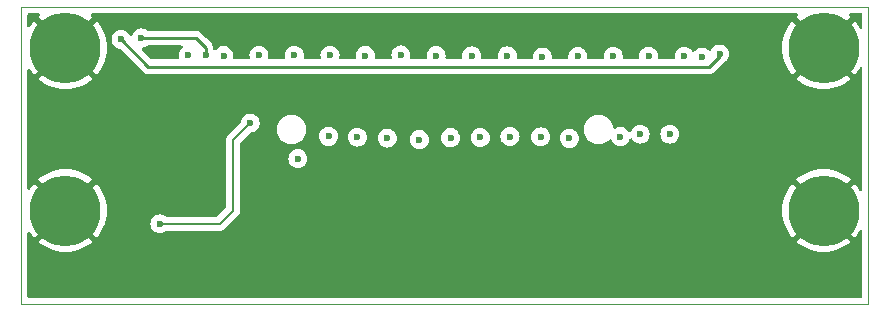
<source format=gbr>
G04 #@! TF.GenerationSoftware,KiCad,Pcbnew,8.0.4*
G04 #@! TF.CreationDate,2024-11-02T15:19:06-05:00*
G04 #@! TF.ProjectId,megaduck,6d656761-6475-4636-9b2e-6b696361645f,v1.0*
G04 #@! TF.SameCoordinates,Original*
G04 #@! TF.FileFunction,Copper,L2,Inr*
G04 #@! TF.FilePolarity,Positive*
%FSLAX46Y46*%
G04 Gerber Fmt 4.6, Leading zero omitted, Abs format (unit mm)*
G04 Created by KiCad (PCBNEW 8.0.4) date 2024-11-02 15:19:06*
%MOMM*%
%LPD*%
G01*
G04 APERTURE LIST*
G04 #@! TA.AperFunction,ComponentPad*
%ADD10C,0.800000*%
G04 #@! TD*
G04 #@! TA.AperFunction,ComponentPad*
%ADD11C,6.000000*%
G04 #@! TD*
G04 #@! TA.AperFunction,ViaPad*
%ADD12C,0.600000*%
G04 #@! TD*
G04 #@! TA.AperFunction,Conductor*
%ADD13C,0.254000*%
G04 #@! TD*
G04 #@! TA.AperFunction,Conductor*
%ADD14C,0.200000*%
G04 #@! TD*
G04 #@! TA.AperFunction,Profile*
%ADD15C,0.050000*%
G04 #@! TD*
G04 APERTURE END LIST*
D10*
G04 #@! TO.N,GND*
G04 #@! TO.C,H5*
X177901600Y-24910000D03*
X178560610Y-23319010D03*
X178560610Y-26500990D03*
X180151600Y-22660000D03*
D11*
X180151600Y-24910000D03*
D10*
X180151600Y-27160000D03*
X181742590Y-23319010D03*
X181742590Y-26500990D03*
X182401600Y-24910000D03*
G04 #@! TD*
G04 #@! TO.N,GND*
G04 #@! TO.C,H1*
X113710000Y-24910000D03*
X114369010Y-23319010D03*
X114369010Y-26500990D03*
X115960000Y-22660000D03*
D11*
X115960000Y-24910000D03*
D10*
X115960000Y-27160000D03*
X117550990Y-23319010D03*
X117550990Y-26500990D03*
X118210000Y-24910000D03*
G04 #@! TD*
G04 #@! TO.N,GND*
G04 #@! TO.C,H2*
X113710000Y-38690000D03*
X114369010Y-37099010D03*
X114369010Y-40280990D03*
X115960000Y-36440000D03*
D11*
X115960000Y-38690000D03*
D10*
X115960000Y-40940000D03*
X117550990Y-37099010D03*
X117550990Y-40280990D03*
X118210000Y-38690000D03*
G04 #@! TD*
G04 #@! TO.N,GND*
G04 #@! TO.C,H6*
X177901600Y-38690000D03*
X178560610Y-37099010D03*
X178560610Y-40280990D03*
X180151600Y-36440000D03*
D11*
X180151600Y-38690000D03*
D10*
X180151600Y-40940000D03*
X181742590Y-37099010D03*
X181742590Y-40280990D03*
X182401600Y-38690000D03*
G04 #@! TD*
D12*
G04 #@! TO.N,/A5*
X156346400Y-25686800D03*
G04 #@! TO.N,/PHI*
X169859200Y-25686800D03*
G04 #@! TO.N,/VCC*
X120670000Y-24180000D03*
G04 #@! TO.N,/~{RD}*
X167141400Y-32214600D03*
G04 #@! TO.N,/A8*
X153603200Y-32417800D03*
G04 #@! TO.N,/A4*
X158632400Y-32570200D03*
G04 #@! TO.N,/A12*
X148574000Y-32519400D03*
G04 #@! TO.N,/VIN+*
X123961400Y-39809200D03*
G04 #@! TO.N,/A7*
X153374600Y-25585200D03*
G04 #@! TO.N,/A2*
X162950400Y-32417800D03*
G04 #@! TO.N,Net-(J3-VIN)*
X126374400Y-25534400D03*
G04 #@! TO.N,/VCC*
X171350400Y-25432800D03*
G04 #@! TO.N,/A11*
X147354800Y-25559800D03*
G04 #@! TO.N,/VIN+*
X131606800Y-31274800D03*
G04 #@! TO.N,/A6*
X156194000Y-32443200D03*
G04 #@! TO.N,/A15*
X141360400Y-25559800D03*
G04 #@! TO.N,GND*
X119389400Y-27185400D03*
X135924800Y-41663400D03*
G04 #@! TO.N,/D0*
X143214600Y-32544800D03*
G04 #@! TO.N,/A9*
X150352000Y-25585200D03*
G04 #@! TO.N,/D1*
X138363200Y-25534400D03*
G04 #@! TO.N,/~{WR}*
X168360600Y-25610600D03*
G04 #@! TO.N,GND*
X176793400Y-44965400D03*
G04 #@! TO.N,/A10*
X151088600Y-32494000D03*
G04 #@! TO.N,/D4*
X138236200Y-32392400D03*
G04 #@! TO.N,/D5*
X132350400Y-25534400D03*
G04 #@! TO.N,GND*
X176069800Y-23121400D03*
G04 #@! TO.N,/~{RES}*
X127847600Y-25534400D03*
G04 #@! TO.N,/D7*
X129346200Y-25559800D03*
G04 #@! TO.N,/D6*
X135645400Y-34297400D03*
G04 #@! TO.N,GND*
X126530000Y-31660000D03*
G04 #@! TO.N,/~{CS}*
X165338000Y-25610600D03*
G04 #@! TO.N,GND*
X119389400Y-44965400D03*
X126526800Y-36380200D03*
G04 #@! TO.N,/A1*
X162340800Y-25610600D03*
G04 #@! TO.N,GND*
X176793400Y-27185400D03*
G04 #@! TO.N,/A3*
X159343600Y-25636000D03*
G04 #@! TO.N,GND*
X161959800Y-41663400D03*
G04 #@! TO.N,/A0*
X164626800Y-32214600D03*
G04 #@! TO.N,/D2*
X140674600Y-32468600D03*
G04 #@! TO.N,/D3*
X135340600Y-25534400D03*
G04 #@! TO.N,GND*
X124843000Y-25534400D03*
G04 #@! TO.N,/~{RES}*
X122380000Y-24070000D03*
G04 #@! TO.N,/A13*
X144357600Y-25509000D03*
G04 #@! TO.N,/A14*
X145932400Y-32671800D03*
G04 #@! TD*
D13*
G04 #@! TO.N,/VCC*
X171350400Y-25629600D02*
X171350400Y-25432800D01*
X120670000Y-24180000D02*
X122990000Y-26500000D01*
X170480000Y-26500000D02*
X171350400Y-25629600D01*
X122990000Y-26500000D02*
X170480000Y-26500000D01*
D14*
G04 #@! TO.N,/VIN+*
X123961400Y-39809200D02*
X129030800Y-39809200D01*
X129030800Y-39809200D02*
X130150000Y-38690000D01*
X130150000Y-32731600D02*
X131606800Y-31274800D01*
X130150000Y-38690000D02*
X130150000Y-32731600D01*
D13*
G04 #@! TO.N,/~{RES}*
X126980000Y-24070000D02*
X127847600Y-24937600D01*
X122380000Y-24070000D02*
X126980000Y-24070000D01*
X127847600Y-24937600D02*
X127847600Y-25534400D01*
G04 #@! TD*
G04 #@! TA.AperFunction,Conductor*
G04 #@! TO.N,GND*
G36*
X125846899Y-24717185D02*
G01*
X125892654Y-24769989D01*
X125902598Y-24839147D01*
X125873573Y-24902703D01*
X125867541Y-24909181D01*
X125744584Y-25032137D01*
X125648611Y-25184876D01*
X125589031Y-25355145D01*
X125589030Y-25355150D01*
X125568835Y-25534396D01*
X125568835Y-25534403D01*
X125589030Y-25713649D01*
X125590582Y-25720447D01*
X125587587Y-25721130D01*
X125590455Y-25777327D01*
X125555725Y-25837953D01*
X125493730Y-25870179D01*
X125469852Y-25872500D01*
X123301281Y-25872500D01*
X123234242Y-25852815D01*
X123213600Y-25836181D01*
X122447918Y-25070499D01*
X122414433Y-25009176D01*
X122419417Y-24939484D01*
X122461289Y-24883551D01*
X122521716Y-24859598D01*
X122559250Y-24855369D01*
X122559253Y-24855368D01*
X122559255Y-24855368D01*
X122729522Y-24795789D01*
X122855700Y-24716505D01*
X122921672Y-24697500D01*
X125779860Y-24697500D01*
X125846899Y-24717185D01*
G37*
G04 #@! TD.AperFunction*
G04 #@! TA.AperFunction,Conductor*
G36*
X177936404Y-21990585D02*
G01*
X177982159Y-22043389D01*
X177992103Y-22112547D01*
X177963078Y-22176103D01*
X177947400Y-22191266D01*
X177858449Y-22263296D01*
X177858449Y-22263297D01*
X179282493Y-23687341D01*
X179174416Y-23765864D01*
X179007464Y-23932816D01*
X178928941Y-24040893D01*
X177504897Y-22616849D01*
X177504896Y-22616849D01*
X177316157Y-22849924D01*
X177116354Y-23157594D01*
X176949804Y-23484464D01*
X176818336Y-23826948D01*
X176723384Y-24181313D01*
X176723384Y-24181315D01*
X176665997Y-24543646D01*
X176646797Y-24909999D01*
X176646797Y-24910000D01*
X176665997Y-25276353D01*
X176723384Y-25638684D01*
X176723384Y-25638686D01*
X176818336Y-25993051D01*
X176949804Y-26335535D01*
X177116354Y-26662406D01*
X177316153Y-26970070D01*
X177504897Y-27203148D01*
X178928940Y-25779105D01*
X179007464Y-25887184D01*
X179174416Y-26054136D01*
X179282493Y-26132658D01*
X177858450Y-27556701D01*
X178091529Y-27745446D01*
X178399193Y-27945245D01*
X178726064Y-28111795D01*
X179068548Y-28243263D01*
X179422914Y-28338215D01*
X179785246Y-28395602D01*
X180151599Y-28414803D01*
X180151601Y-28414803D01*
X180517953Y-28395602D01*
X180880284Y-28338215D01*
X180880286Y-28338215D01*
X181234651Y-28243263D01*
X181577135Y-28111795D01*
X181904006Y-27945245D01*
X182211664Y-27745450D01*
X182444748Y-27556701D01*
X181020706Y-26132659D01*
X181128784Y-26054136D01*
X181295736Y-25887184D01*
X181374259Y-25779106D01*
X182798301Y-27203148D01*
X182987050Y-26970064D01*
X183186847Y-26662404D01*
X183186848Y-26662401D01*
X183211815Y-26613402D01*
X183259789Y-26562605D01*
X183327610Y-26545810D01*
X183393745Y-26568347D01*
X183437197Y-26623062D01*
X183446300Y-26669696D01*
X183446300Y-36930304D01*
X183426615Y-36997343D01*
X183373811Y-37043098D01*
X183304653Y-37053042D01*
X183241097Y-37024017D01*
X183211815Y-36986599D01*
X183186845Y-36937594D01*
X182987046Y-36629929D01*
X182798301Y-36396850D01*
X181374258Y-37820893D01*
X181295736Y-37712816D01*
X181128784Y-37545864D01*
X181020706Y-37467340D01*
X182444749Y-36043297D01*
X182211670Y-35854553D01*
X181904006Y-35654754D01*
X181577135Y-35488204D01*
X181234651Y-35356736D01*
X180880285Y-35261784D01*
X180517953Y-35204397D01*
X180151601Y-35185197D01*
X180151599Y-35185197D01*
X179785246Y-35204397D01*
X179422915Y-35261784D01*
X179422913Y-35261784D01*
X179068548Y-35356736D01*
X178726064Y-35488204D01*
X178399194Y-35654754D01*
X178091524Y-35854557D01*
X177858449Y-36043296D01*
X177858449Y-36043297D01*
X179282493Y-37467341D01*
X179174416Y-37545864D01*
X179007464Y-37712816D01*
X178928941Y-37820893D01*
X177504897Y-36396849D01*
X177504896Y-36396849D01*
X177316157Y-36629924D01*
X177116354Y-36937594D01*
X176949804Y-37264464D01*
X176818336Y-37606948D01*
X176723384Y-37961313D01*
X176723384Y-37961315D01*
X176665997Y-38323646D01*
X176646797Y-38689999D01*
X176646797Y-38690000D01*
X176665997Y-39056353D01*
X176723384Y-39418684D01*
X176723384Y-39418686D01*
X176818336Y-39773051D01*
X176949804Y-40115535D01*
X177116354Y-40442406D01*
X177316153Y-40750070D01*
X177504897Y-40983148D01*
X178928940Y-39559105D01*
X179007464Y-39667184D01*
X179174416Y-39834136D01*
X179282493Y-39912658D01*
X177858450Y-41336701D01*
X178091529Y-41525446D01*
X178399193Y-41725245D01*
X178726064Y-41891795D01*
X179068548Y-42023263D01*
X179422914Y-42118215D01*
X179785246Y-42175602D01*
X180151599Y-42194803D01*
X180151601Y-42194803D01*
X180517953Y-42175602D01*
X180880284Y-42118215D01*
X180880286Y-42118215D01*
X181234651Y-42023263D01*
X181577135Y-41891795D01*
X181904006Y-41725245D01*
X182211664Y-41525450D01*
X182444748Y-41336701D01*
X181020706Y-39912659D01*
X181128784Y-39834136D01*
X181295736Y-39667184D01*
X181374259Y-39559106D01*
X182798301Y-40983148D01*
X182987050Y-40750064D01*
X183186847Y-40442404D01*
X183186848Y-40442401D01*
X183211815Y-40393402D01*
X183259789Y-40342605D01*
X183327610Y-40325810D01*
X183393745Y-40348347D01*
X183437197Y-40403062D01*
X183446300Y-40449696D01*
X183446300Y-45991900D01*
X183426615Y-46058939D01*
X183373811Y-46104694D01*
X183322300Y-46115900D01*
X112867100Y-46115900D01*
X112800061Y-46096215D01*
X112754306Y-46043411D01*
X112743100Y-45991900D01*
X112743100Y-40581299D01*
X112762785Y-40514260D01*
X112815589Y-40468505D01*
X112884747Y-40458561D01*
X112948303Y-40487586D01*
X112971095Y-40513764D01*
X113124553Y-40750070D01*
X113313297Y-40983148D01*
X114737340Y-39559105D01*
X114815864Y-39667184D01*
X114982816Y-39834136D01*
X115090893Y-39912658D01*
X113666850Y-41336701D01*
X113899929Y-41525446D01*
X114207593Y-41725245D01*
X114534464Y-41891795D01*
X114876948Y-42023263D01*
X115231314Y-42118215D01*
X115593646Y-42175602D01*
X115959999Y-42194803D01*
X115960001Y-42194803D01*
X116326353Y-42175602D01*
X116688684Y-42118215D01*
X116688686Y-42118215D01*
X117043051Y-42023263D01*
X117385535Y-41891795D01*
X117712406Y-41725245D01*
X118020064Y-41525450D01*
X118253148Y-41336701D01*
X116829106Y-39912659D01*
X116937184Y-39834136D01*
X117104136Y-39667184D01*
X117182659Y-39559106D01*
X118606701Y-40983148D01*
X118795450Y-40750064D01*
X118995245Y-40442406D01*
X119161795Y-40115535D01*
X119279388Y-39809196D01*
X123155835Y-39809196D01*
X123155835Y-39809203D01*
X123176030Y-39988449D01*
X123176031Y-39988454D01*
X123235611Y-40158723D01*
X123331584Y-40311462D01*
X123459138Y-40439016D01*
X123536437Y-40487586D01*
X123578098Y-40513764D01*
X123611878Y-40534989D01*
X123782145Y-40594568D01*
X123782150Y-40594569D01*
X123961396Y-40614765D01*
X123961400Y-40614765D01*
X123961404Y-40614765D01*
X124140649Y-40594569D01*
X124140652Y-40594568D01*
X124140655Y-40594568D01*
X124310922Y-40534989D01*
X124463662Y-40439016D01*
X124463667Y-40439010D01*
X124466497Y-40436755D01*
X124468675Y-40435865D01*
X124469558Y-40435311D01*
X124469655Y-40435465D01*
X124531183Y-40410345D01*
X124543812Y-40409700D01*
X128944131Y-40409700D01*
X128944147Y-40409701D01*
X128951743Y-40409701D01*
X129109854Y-40409701D01*
X129109857Y-40409701D01*
X129262585Y-40368777D01*
X129312704Y-40339839D01*
X129399516Y-40289720D01*
X129511320Y-40177916D01*
X129511320Y-40177914D01*
X129521528Y-40167707D01*
X129521530Y-40167704D01*
X130518713Y-39170521D01*
X130518716Y-39170520D01*
X130630520Y-39058716D01*
X130680639Y-38971904D01*
X130709577Y-38921785D01*
X130750501Y-38769057D01*
X130750501Y-38610943D01*
X130750501Y-38603348D01*
X130750500Y-38603330D01*
X130750500Y-34297396D01*
X134839835Y-34297396D01*
X134839835Y-34297403D01*
X134860030Y-34476649D01*
X134860031Y-34476654D01*
X134919611Y-34646923D01*
X135015584Y-34799662D01*
X135143138Y-34927216D01*
X135295878Y-35023189D01*
X135466145Y-35082768D01*
X135466150Y-35082769D01*
X135645396Y-35102965D01*
X135645400Y-35102965D01*
X135645404Y-35102965D01*
X135824649Y-35082769D01*
X135824652Y-35082768D01*
X135824655Y-35082768D01*
X135994922Y-35023189D01*
X136147662Y-34927216D01*
X136275216Y-34799662D01*
X136371189Y-34646922D01*
X136430768Y-34476655D01*
X136450965Y-34297400D01*
X136430768Y-34118145D01*
X136371189Y-33947878D01*
X136275216Y-33795138D01*
X136147662Y-33667584D01*
X135994923Y-33571611D01*
X135824654Y-33512031D01*
X135824649Y-33512030D01*
X135645404Y-33491835D01*
X135645396Y-33491835D01*
X135466150Y-33512030D01*
X135466145Y-33512031D01*
X135295876Y-33571611D01*
X135143137Y-33667584D01*
X135015584Y-33795137D01*
X134919611Y-33947876D01*
X134860031Y-34118145D01*
X134860030Y-34118150D01*
X134839835Y-34297396D01*
X130750500Y-34297396D01*
X130750500Y-33031696D01*
X130770185Y-32964657D01*
X130786815Y-32944019D01*
X131625335Y-32105498D01*
X131686656Y-32072015D01*
X131699111Y-32069963D01*
X131786055Y-32060168D01*
X131956322Y-32000589D01*
X132109062Y-31904616D01*
X132236616Y-31777062D01*
X132281533Y-31705577D01*
X133849900Y-31705577D01*
X133849900Y-31902422D01*
X133880690Y-32096826D01*
X133941517Y-32284029D01*
X134009675Y-32417796D01*
X134030876Y-32459405D01*
X134146572Y-32618646D01*
X134285754Y-32757828D01*
X134444995Y-32873524D01*
X134485814Y-32894322D01*
X134620370Y-32962882D01*
X134620372Y-32962882D01*
X134620375Y-32962884D01*
X134720717Y-32995487D01*
X134807573Y-33023709D01*
X135001978Y-33054500D01*
X135001983Y-33054500D01*
X135198822Y-33054500D01*
X135393226Y-33023709D01*
X135404133Y-33020165D01*
X135580425Y-32962884D01*
X135755805Y-32873524D01*
X135915046Y-32757828D01*
X136054228Y-32618646D01*
X136169924Y-32459405D01*
X136204067Y-32392396D01*
X137430635Y-32392396D01*
X137430635Y-32392403D01*
X137450830Y-32571649D01*
X137450831Y-32571654D01*
X137510411Y-32741923D01*
X137574812Y-32844416D01*
X137606384Y-32894662D01*
X137733938Y-33022216D01*
X137886678Y-33118189D01*
X137975348Y-33149216D01*
X138056945Y-33177768D01*
X138056950Y-33177769D01*
X138236196Y-33197965D01*
X138236200Y-33197965D01*
X138236204Y-33197965D01*
X138415449Y-33177769D01*
X138415452Y-33177768D01*
X138415455Y-33177768D01*
X138585722Y-33118189D01*
X138738462Y-33022216D01*
X138866016Y-32894662D01*
X138961989Y-32741922D01*
X139021568Y-32571655D01*
X139021732Y-32570200D01*
X139033180Y-32468596D01*
X139869035Y-32468596D01*
X139869035Y-32468603D01*
X139889230Y-32647849D01*
X139889231Y-32647854D01*
X139948811Y-32818123D01*
X140027915Y-32944015D01*
X140044784Y-32970862D01*
X140172338Y-33098416D01*
X140212762Y-33123816D01*
X140284652Y-33168988D01*
X140325078Y-33194389D01*
X140407887Y-33223365D01*
X140495345Y-33253968D01*
X140495350Y-33253969D01*
X140674596Y-33274165D01*
X140674600Y-33274165D01*
X140674604Y-33274165D01*
X140853849Y-33253969D01*
X140853852Y-33253968D01*
X140853855Y-33253968D01*
X141024122Y-33194389D01*
X141176862Y-33098416D01*
X141304416Y-32970862D01*
X141400389Y-32818122D01*
X141459968Y-32647855D01*
X141461188Y-32637026D01*
X141471580Y-32544796D01*
X142409035Y-32544796D01*
X142409035Y-32544803D01*
X142429230Y-32724049D01*
X142429231Y-32724054D01*
X142488811Y-32894323D01*
X142569172Y-33022216D01*
X142584784Y-33047062D01*
X142712338Y-33174616D01*
X142752762Y-33200016D01*
X142824652Y-33245188D01*
X142865078Y-33270589D01*
X142953748Y-33301616D01*
X143035345Y-33330168D01*
X143035350Y-33330169D01*
X143214596Y-33350365D01*
X143214600Y-33350365D01*
X143214604Y-33350365D01*
X143393849Y-33330169D01*
X143393852Y-33330168D01*
X143393855Y-33330168D01*
X143564122Y-33270589D01*
X143716862Y-33174616D01*
X143844416Y-33047062D01*
X143940389Y-32894322D01*
X143999968Y-32724055D01*
X143999969Y-32724049D01*
X144005856Y-32671796D01*
X145126835Y-32671796D01*
X145126835Y-32671803D01*
X145147030Y-32851049D01*
X145147031Y-32851054D01*
X145206611Y-33021323D01*
X145286972Y-33149216D01*
X145302584Y-33174062D01*
X145430138Y-33301616D01*
X145582878Y-33397589D01*
X145753145Y-33457168D01*
X145753150Y-33457169D01*
X145932396Y-33477365D01*
X145932400Y-33477365D01*
X145932404Y-33477365D01*
X146111649Y-33457169D01*
X146111652Y-33457168D01*
X146111655Y-33457168D01*
X146281922Y-33397589D01*
X146434662Y-33301616D01*
X146562216Y-33174062D01*
X146658189Y-33021322D01*
X146717768Y-32851055D01*
X146721193Y-32820659D01*
X146737965Y-32671803D01*
X146737965Y-32671796D01*
X146720794Y-32519396D01*
X147768435Y-32519396D01*
X147768435Y-32519403D01*
X147788630Y-32698649D01*
X147788631Y-32698654D01*
X147848211Y-32868923D01*
X147895395Y-32944015D01*
X147944184Y-33021662D01*
X148071738Y-33149216D01*
X148112162Y-33174616D01*
X148184052Y-33219788D01*
X148224478Y-33245189D01*
X148307287Y-33274165D01*
X148394745Y-33304768D01*
X148394750Y-33304769D01*
X148573996Y-33324965D01*
X148574000Y-33324965D01*
X148574004Y-33324965D01*
X148753249Y-33304769D01*
X148753252Y-33304768D01*
X148753255Y-33304768D01*
X148923522Y-33245189D01*
X149076262Y-33149216D01*
X149203816Y-33021662D01*
X149299789Y-32868922D01*
X149359368Y-32698655D01*
X149362231Y-32673249D01*
X149379565Y-32519403D01*
X149379565Y-32519396D01*
X149376703Y-32493996D01*
X150283035Y-32493996D01*
X150283035Y-32494003D01*
X150303230Y-32673249D01*
X150303231Y-32673254D01*
X150362811Y-32843523D01*
X150425955Y-32944015D01*
X150458784Y-32996262D01*
X150586338Y-33123816D01*
X150626762Y-33149216D01*
X150698652Y-33194388D01*
X150739078Y-33219789D01*
X150821887Y-33248765D01*
X150909345Y-33279368D01*
X150909350Y-33279369D01*
X151088596Y-33299565D01*
X151088600Y-33299565D01*
X151088604Y-33299565D01*
X151267849Y-33279369D01*
X151267852Y-33279368D01*
X151267855Y-33279368D01*
X151438122Y-33219789D01*
X151590862Y-33123816D01*
X151718416Y-32996262D01*
X151814389Y-32843522D01*
X151873968Y-32673255D01*
X151874132Y-32671800D01*
X151894165Y-32494003D01*
X151894165Y-32493996D01*
X151885579Y-32417796D01*
X152797635Y-32417796D01*
X152797635Y-32417800D01*
X152817830Y-32597049D01*
X152817831Y-32597054D01*
X152877411Y-32767323D01*
X152944142Y-32873524D01*
X152973384Y-32920062D01*
X153100938Y-33047616D01*
X153141362Y-33073016D01*
X153213252Y-33118188D01*
X153253678Y-33143589D01*
X153342348Y-33174616D01*
X153423945Y-33203168D01*
X153423950Y-33203169D01*
X153603196Y-33223365D01*
X153603200Y-33223365D01*
X153603204Y-33223365D01*
X153782449Y-33203169D01*
X153782452Y-33203168D01*
X153782455Y-33203168D01*
X153952722Y-33143589D01*
X154105462Y-33047616D01*
X154233016Y-32920062D01*
X154328989Y-32767322D01*
X154388568Y-32597055D01*
X154391594Y-32570203D01*
X154405904Y-32443196D01*
X155388435Y-32443196D01*
X155388435Y-32443203D01*
X155408630Y-32622449D01*
X155408631Y-32622454D01*
X155468211Y-32792723D01*
X155532051Y-32894323D01*
X155564184Y-32945462D01*
X155691738Y-33073016D01*
X155732162Y-33098416D01*
X155804052Y-33143588D01*
X155844478Y-33168989D01*
X155933148Y-33200016D01*
X156014745Y-33228568D01*
X156014750Y-33228569D01*
X156193996Y-33248765D01*
X156194000Y-33248765D01*
X156194004Y-33248765D01*
X156373249Y-33228569D01*
X156373252Y-33228568D01*
X156373255Y-33228568D01*
X156543522Y-33168989D01*
X156696262Y-33073016D01*
X156823816Y-32945462D01*
X156919789Y-32792722D01*
X156979368Y-32622455D01*
X156985092Y-32571654D01*
X156985256Y-32570196D01*
X157826835Y-32570196D01*
X157826835Y-32570203D01*
X157847030Y-32749449D01*
X157847031Y-32749454D01*
X157906611Y-32919723D01*
X157986972Y-33047616D01*
X158002584Y-33072462D01*
X158130138Y-33200016D01*
X158161605Y-33219788D01*
X158242452Y-33270588D01*
X158282878Y-33295989D01*
X158365687Y-33324965D01*
X158453145Y-33355568D01*
X158453150Y-33355569D01*
X158632396Y-33375765D01*
X158632400Y-33375765D01*
X158632404Y-33375765D01*
X158811649Y-33355569D01*
X158811652Y-33355568D01*
X158811655Y-33355568D01*
X158981922Y-33295989D01*
X159134662Y-33200016D01*
X159262216Y-33072462D01*
X159358189Y-32919722D01*
X159417768Y-32749455D01*
X159420631Y-32724049D01*
X159437965Y-32570203D01*
X159437965Y-32570196D01*
X159417769Y-32390950D01*
X159417768Y-32390945D01*
X159382218Y-32289350D01*
X159358189Y-32220678D01*
X159354367Y-32214596D01*
X159285818Y-32105500D01*
X159262216Y-32067938D01*
X159134662Y-31940384D01*
X159095120Y-31915538D01*
X158981923Y-31844411D01*
X158811654Y-31784831D01*
X158811649Y-31784830D01*
X158632404Y-31764635D01*
X158632396Y-31764635D01*
X158453150Y-31784830D01*
X158453145Y-31784831D01*
X158282876Y-31844411D01*
X158130137Y-31940384D01*
X158002584Y-32067937D01*
X157906611Y-32220676D01*
X157847031Y-32390945D01*
X157847030Y-32390950D01*
X157826835Y-32570196D01*
X156985256Y-32570196D01*
X156999565Y-32443203D01*
X156999565Y-32443196D01*
X156979369Y-32263950D01*
X156979368Y-32263945D01*
X156964228Y-32220678D01*
X156919789Y-32093678D01*
X156903615Y-32067938D01*
X156839775Y-31966337D01*
X156823816Y-31940938D01*
X156696262Y-31813384D01*
X156543523Y-31717411D01*
X156509704Y-31705577D01*
X159849900Y-31705577D01*
X159849900Y-31902422D01*
X159880690Y-32096826D01*
X159941517Y-32284029D01*
X160009675Y-32417796D01*
X160030876Y-32459405D01*
X160146572Y-32618646D01*
X160285754Y-32757828D01*
X160444995Y-32873524D01*
X160485814Y-32894322D01*
X160620370Y-32962882D01*
X160620372Y-32962882D01*
X160620375Y-32962884D01*
X160720717Y-32995487D01*
X160807573Y-33023709D01*
X161001978Y-33054500D01*
X161001983Y-33054500D01*
X161198822Y-33054500D01*
X161393226Y-33023709D01*
X161404133Y-33020165D01*
X161580425Y-32962884D01*
X161755805Y-32873524D01*
X161915046Y-32757828D01*
X162002365Y-32670508D01*
X162063684Y-32637026D01*
X162133376Y-32642010D01*
X162189310Y-32683881D01*
X162207084Y-32717236D01*
X162224609Y-32767320D01*
X162291342Y-32873524D01*
X162320584Y-32920062D01*
X162448138Y-33047616D01*
X162488562Y-33073016D01*
X162560452Y-33118188D01*
X162600878Y-33143589D01*
X162689548Y-33174616D01*
X162771145Y-33203168D01*
X162771150Y-33203169D01*
X162950396Y-33223365D01*
X162950400Y-33223365D01*
X162950404Y-33223365D01*
X163129649Y-33203169D01*
X163129652Y-33203168D01*
X163129655Y-33203168D01*
X163299922Y-33143589D01*
X163452662Y-33047616D01*
X163580216Y-32920062D01*
X163676189Y-32767322D01*
X163717233Y-32650024D01*
X163757953Y-32593250D01*
X163822906Y-32567502D01*
X163891468Y-32580958D01*
X163939268Y-32625008D01*
X163969580Y-32673249D01*
X163996984Y-32716862D01*
X164124538Y-32844416D01*
X164204504Y-32894662D01*
X164244386Y-32919722D01*
X164277278Y-32940389D01*
X164346632Y-32964657D01*
X164447545Y-32999968D01*
X164447550Y-32999969D01*
X164626796Y-33020165D01*
X164626800Y-33020165D01*
X164626804Y-33020165D01*
X164806049Y-32999969D01*
X164806052Y-32999968D01*
X164806055Y-32999968D01*
X164976322Y-32940389D01*
X165129062Y-32844416D01*
X165256616Y-32716862D01*
X165352589Y-32564122D01*
X165412168Y-32393855D01*
X165412332Y-32392400D01*
X165432365Y-32214603D01*
X165432365Y-32214596D01*
X166335835Y-32214596D01*
X166335835Y-32214603D01*
X166356030Y-32393849D01*
X166356031Y-32393854D01*
X166415611Y-32564123D01*
X166484180Y-32673249D01*
X166511584Y-32716862D01*
X166639138Y-32844416D01*
X166719104Y-32894662D01*
X166758986Y-32919722D01*
X166791878Y-32940389D01*
X166861232Y-32964657D01*
X166962145Y-32999968D01*
X166962150Y-32999969D01*
X167141396Y-33020165D01*
X167141400Y-33020165D01*
X167141404Y-33020165D01*
X167320649Y-32999969D01*
X167320652Y-32999968D01*
X167320655Y-32999968D01*
X167490922Y-32940389D01*
X167643662Y-32844416D01*
X167771216Y-32716862D01*
X167867189Y-32564122D01*
X167926768Y-32393855D01*
X167926932Y-32392400D01*
X167946965Y-32214603D01*
X167946965Y-32214596D01*
X167926769Y-32035350D01*
X167926768Y-32035345D01*
X167895509Y-31946011D01*
X167867189Y-31865078D01*
X167866627Y-31864184D01*
X167800807Y-31759432D01*
X167771216Y-31712338D01*
X167643662Y-31584784D01*
X167490923Y-31488811D01*
X167320654Y-31429231D01*
X167320649Y-31429230D01*
X167141404Y-31409035D01*
X167141396Y-31409035D01*
X166962150Y-31429230D01*
X166962145Y-31429231D01*
X166791876Y-31488811D01*
X166639137Y-31584784D01*
X166511584Y-31712337D01*
X166415611Y-31865076D01*
X166356031Y-32035345D01*
X166356030Y-32035350D01*
X166335835Y-32214596D01*
X165432365Y-32214596D01*
X165412169Y-32035350D01*
X165412168Y-32035345D01*
X165380909Y-31946011D01*
X165352589Y-31865078D01*
X165352027Y-31864184D01*
X165286207Y-31759432D01*
X165256616Y-31712338D01*
X165129062Y-31584784D01*
X164976323Y-31488811D01*
X164806054Y-31429231D01*
X164806049Y-31429230D01*
X164626804Y-31409035D01*
X164626796Y-31409035D01*
X164447550Y-31429230D01*
X164447545Y-31429231D01*
X164277276Y-31488811D01*
X164124537Y-31584784D01*
X163996984Y-31712337D01*
X163901009Y-31865080D01*
X163859966Y-31982374D01*
X163819245Y-32039150D01*
X163754292Y-32064897D01*
X163685730Y-32051441D01*
X163637931Y-32007391D01*
X163596175Y-31940937D01*
X163580216Y-31915538D01*
X163452662Y-31787984D01*
X163435280Y-31777062D01*
X163299923Y-31692011D01*
X163129654Y-31632431D01*
X163129649Y-31632430D01*
X162950404Y-31612235D01*
X162950396Y-31612235D01*
X162771150Y-31632430D01*
X162771145Y-31632431D01*
X162600876Y-31692011D01*
X162530630Y-31736150D01*
X162463393Y-31755150D01*
X162396558Y-31734782D01*
X162351344Y-31681514D01*
X162342185Y-31650554D01*
X162320109Y-31511173D01*
X162259282Y-31323970D01*
X162169923Y-31148594D01*
X162131384Y-31095550D01*
X162054228Y-30989354D01*
X161915046Y-30850172D01*
X161755805Y-30734476D01*
X161580429Y-30645117D01*
X161393226Y-30584290D01*
X161198822Y-30553500D01*
X161198817Y-30553500D01*
X161001983Y-30553500D01*
X161001978Y-30553500D01*
X160807573Y-30584290D01*
X160620370Y-30645117D01*
X160444994Y-30734476D01*
X160392607Y-30772538D01*
X160285754Y-30850172D01*
X160285752Y-30850174D01*
X160285751Y-30850174D01*
X160146574Y-30989351D01*
X160146574Y-30989352D01*
X160146572Y-30989354D01*
X160096885Y-31057741D01*
X160030876Y-31148594D01*
X159941517Y-31323970D01*
X159880690Y-31511173D01*
X159849900Y-31705577D01*
X156509704Y-31705577D01*
X156373254Y-31657831D01*
X156373249Y-31657830D01*
X156194004Y-31637635D01*
X156193996Y-31637635D01*
X156014750Y-31657830D01*
X156014745Y-31657831D01*
X155844476Y-31717411D01*
X155691737Y-31813384D01*
X155564184Y-31940937D01*
X155468211Y-32093676D01*
X155408631Y-32263945D01*
X155408630Y-32263950D01*
X155388435Y-32443196D01*
X154405904Y-32443196D01*
X154408765Y-32417800D01*
X154408765Y-32417796D01*
X154388569Y-32238550D01*
X154388568Y-32238545D01*
X154373428Y-32195278D01*
X154328989Y-32068278D01*
X154328775Y-32067938D01*
X154233015Y-31915537D01*
X154105462Y-31787984D01*
X153952723Y-31692011D01*
X153782454Y-31632431D01*
X153782449Y-31632430D01*
X153603204Y-31612235D01*
X153603196Y-31612235D01*
X153423950Y-31632430D01*
X153423945Y-31632431D01*
X153253676Y-31692011D01*
X153100937Y-31787984D01*
X152973384Y-31915537D01*
X152877411Y-32068276D01*
X152817831Y-32238545D01*
X152817830Y-32238550D01*
X152797635Y-32417796D01*
X151885579Y-32417796D01*
X151873969Y-32314750D01*
X151873968Y-32314745D01*
X151847304Y-32238545D01*
X151814389Y-32144478D01*
X151789897Y-32105500D01*
X151718415Y-31991737D01*
X151590862Y-31864184D01*
X151438123Y-31768211D01*
X151267854Y-31708631D01*
X151267849Y-31708630D01*
X151088604Y-31688435D01*
X151088596Y-31688435D01*
X150909350Y-31708630D01*
X150909345Y-31708631D01*
X150739076Y-31768211D01*
X150586337Y-31864184D01*
X150458784Y-31991737D01*
X150362811Y-32144476D01*
X150303231Y-32314745D01*
X150303230Y-32314750D01*
X150283035Y-32493996D01*
X149376703Y-32493996D01*
X149359369Y-32340150D01*
X149359368Y-32340145D01*
X149323818Y-32238550D01*
X149299789Y-32169878D01*
X149299575Y-32169538D01*
X149240059Y-32074819D01*
X149203816Y-32017138D01*
X149076262Y-31889584D01*
X149069320Y-31885222D01*
X148923523Y-31793611D01*
X148753254Y-31734031D01*
X148753249Y-31734030D01*
X148574004Y-31713835D01*
X148573996Y-31713835D01*
X148394750Y-31734030D01*
X148394745Y-31734031D01*
X148224476Y-31793611D01*
X148071737Y-31889584D01*
X147944184Y-32017137D01*
X147848211Y-32169876D01*
X147788631Y-32340145D01*
X147788630Y-32340150D01*
X147768435Y-32519396D01*
X146720794Y-32519396D01*
X146717769Y-32492550D01*
X146717768Y-32492545D01*
X146700500Y-32443196D01*
X146658189Y-32322278D01*
X146562216Y-32169538D01*
X146434662Y-32041984D01*
X146395120Y-32017138D01*
X146281923Y-31946011D01*
X146111654Y-31886431D01*
X146111649Y-31886430D01*
X145932404Y-31866235D01*
X145932396Y-31866235D01*
X145753150Y-31886430D01*
X145753145Y-31886431D01*
X145582876Y-31946011D01*
X145430137Y-32041984D01*
X145302584Y-32169537D01*
X145206611Y-32322276D01*
X145147031Y-32492545D01*
X145147030Y-32492550D01*
X145126835Y-32671796D01*
X144005856Y-32671796D01*
X144020165Y-32544803D01*
X144020165Y-32544796D01*
X143999969Y-32365550D01*
X143999968Y-32365545D01*
X143984828Y-32322278D01*
X143940389Y-32195278D01*
X143924215Y-32169538D01*
X143876548Y-32093676D01*
X143844416Y-32042538D01*
X143716862Y-31914984D01*
X143564123Y-31819011D01*
X143393854Y-31759431D01*
X143393849Y-31759430D01*
X143214604Y-31739235D01*
X143214596Y-31739235D01*
X143035350Y-31759430D01*
X143035345Y-31759431D01*
X142865076Y-31819011D01*
X142712337Y-31914984D01*
X142584784Y-32042537D01*
X142488811Y-32195276D01*
X142429231Y-32365545D01*
X142429230Y-32365550D01*
X142409035Y-32544796D01*
X141471580Y-32544796D01*
X141480165Y-32468603D01*
X141480165Y-32468596D01*
X141459969Y-32289350D01*
X141459968Y-32289345D01*
X141433815Y-32214603D01*
X141400389Y-32119078D01*
X141391857Y-32105500D01*
X141304415Y-31966337D01*
X141176862Y-31838784D01*
X141024123Y-31742811D01*
X140853854Y-31683231D01*
X140853849Y-31683230D01*
X140674604Y-31663035D01*
X140674596Y-31663035D01*
X140495350Y-31683230D01*
X140495345Y-31683231D01*
X140325076Y-31742811D01*
X140172337Y-31838784D01*
X140044784Y-31966337D01*
X139948811Y-32119076D01*
X139889231Y-32289345D01*
X139889230Y-32289350D01*
X139869035Y-32468596D01*
X139033180Y-32468596D01*
X139041765Y-32392403D01*
X139041765Y-32392396D01*
X139021569Y-32213150D01*
X139021568Y-32213145D01*
X139006428Y-32169878D01*
X138961989Y-32042878D01*
X138961775Y-32042538D01*
X138875113Y-31904616D01*
X138866016Y-31890138D01*
X138738462Y-31762584D01*
X138726631Y-31755150D01*
X138585723Y-31666611D01*
X138415454Y-31607031D01*
X138415449Y-31607030D01*
X138236204Y-31586835D01*
X138236196Y-31586835D01*
X138056950Y-31607030D01*
X138056945Y-31607031D01*
X137886676Y-31666611D01*
X137733937Y-31762584D01*
X137606384Y-31890137D01*
X137510411Y-32042876D01*
X137450831Y-32213145D01*
X137450830Y-32213150D01*
X137430635Y-32392396D01*
X136204067Y-32392396D01*
X136259284Y-32284025D01*
X136320109Y-32096826D01*
X136327297Y-32051441D01*
X136350900Y-31902422D01*
X136350900Y-31705577D01*
X136320109Y-31511173D01*
X136259282Y-31323970D01*
X136169923Y-31148594D01*
X136131384Y-31095550D01*
X136054228Y-30989354D01*
X135915046Y-30850172D01*
X135755805Y-30734476D01*
X135580429Y-30645117D01*
X135393226Y-30584290D01*
X135198822Y-30553500D01*
X135198817Y-30553500D01*
X135001983Y-30553500D01*
X135001978Y-30553500D01*
X134807573Y-30584290D01*
X134620370Y-30645117D01*
X134444994Y-30734476D01*
X134392607Y-30772538D01*
X134285754Y-30850172D01*
X134285752Y-30850174D01*
X134285751Y-30850174D01*
X134146574Y-30989351D01*
X134146574Y-30989352D01*
X134146572Y-30989354D01*
X134096885Y-31057741D01*
X134030876Y-31148594D01*
X133941517Y-31323970D01*
X133880690Y-31511173D01*
X133849900Y-31705577D01*
X132281533Y-31705577D01*
X132332589Y-31624322D01*
X132392168Y-31454055D01*
X132394965Y-31429230D01*
X132412365Y-31274803D01*
X132412365Y-31274796D01*
X132392169Y-31095550D01*
X132392168Y-31095545D01*
X132332588Y-30925276D01*
X132236615Y-30772537D01*
X132109062Y-30644984D01*
X131956323Y-30549011D01*
X131786054Y-30489431D01*
X131786049Y-30489430D01*
X131606804Y-30469235D01*
X131606796Y-30469235D01*
X131427550Y-30489430D01*
X131427545Y-30489431D01*
X131257276Y-30549011D01*
X131104537Y-30644984D01*
X130976984Y-30772537D01*
X130881010Y-30925278D01*
X130821430Y-31095550D01*
X130811637Y-31182468D01*
X130784570Y-31246882D01*
X130776098Y-31256265D01*
X129781286Y-32251078D01*
X129669481Y-32362882D01*
X129669479Y-32362885D01*
X129637776Y-32417798D01*
X129637775Y-32417800D01*
X129590423Y-32499814D01*
X129590423Y-32499815D01*
X129549499Y-32652543D01*
X129549499Y-32652545D01*
X129549499Y-32820646D01*
X129549500Y-32820659D01*
X129549500Y-38389903D01*
X129529815Y-38456942D01*
X129513181Y-38477584D01*
X128818384Y-39172381D01*
X128757061Y-39205866D01*
X128730703Y-39208700D01*
X124543812Y-39208700D01*
X124476773Y-39189015D01*
X124466497Y-39181645D01*
X124463663Y-39179385D01*
X124463662Y-39179384D01*
X124406896Y-39143715D01*
X124310923Y-39083411D01*
X124140654Y-39023831D01*
X124140649Y-39023830D01*
X123961404Y-39003635D01*
X123961396Y-39003635D01*
X123782150Y-39023830D01*
X123782145Y-39023831D01*
X123611876Y-39083411D01*
X123459137Y-39179384D01*
X123331584Y-39306937D01*
X123235611Y-39459676D01*
X123176031Y-39629945D01*
X123176030Y-39629950D01*
X123155835Y-39809196D01*
X119279388Y-39809196D01*
X119293263Y-39773051D01*
X119388215Y-39418686D01*
X119388215Y-39418684D01*
X119445602Y-39056353D01*
X119464803Y-38690000D01*
X119464803Y-38689999D01*
X119445602Y-38323646D01*
X119388215Y-37961315D01*
X119388215Y-37961313D01*
X119293263Y-37606948D01*
X119161795Y-37264464D01*
X118995245Y-36937594D01*
X118795446Y-36629929D01*
X118606701Y-36396850D01*
X117182658Y-37820893D01*
X117104136Y-37712816D01*
X116937184Y-37545864D01*
X116829106Y-37467340D01*
X118253149Y-36043297D01*
X118020070Y-35854553D01*
X117712406Y-35654754D01*
X117385535Y-35488204D01*
X117043051Y-35356736D01*
X116688685Y-35261784D01*
X116326353Y-35204397D01*
X115960001Y-35185197D01*
X115959999Y-35185197D01*
X115593646Y-35204397D01*
X115231315Y-35261784D01*
X115231313Y-35261784D01*
X114876948Y-35356736D01*
X114534464Y-35488204D01*
X114207594Y-35654754D01*
X113899924Y-35854557D01*
X113666849Y-36043296D01*
X113666849Y-36043297D01*
X115090893Y-37467341D01*
X114982816Y-37545864D01*
X114815864Y-37712816D01*
X114737341Y-37820893D01*
X113313297Y-36396849D01*
X113313296Y-36396849D01*
X113124557Y-36629924D01*
X112971095Y-36866235D01*
X112918074Y-36911738D01*
X112848869Y-36921352D01*
X112785452Y-36892025D01*
X112747958Y-36833068D01*
X112743100Y-36798700D01*
X112743100Y-26801299D01*
X112762785Y-26734260D01*
X112815589Y-26688505D01*
X112884747Y-26678561D01*
X112948303Y-26707586D01*
X112971095Y-26733764D01*
X113124553Y-26970070D01*
X113313297Y-27203148D01*
X114737340Y-25779105D01*
X114815864Y-25887184D01*
X114982816Y-26054136D01*
X115090893Y-26132658D01*
X113666850Y-27556701D01*
X113899929Y-27745446D01*
X114207593Y-27945245D01*
X114534464Y-28111795D01*
X114876948Y-28243263D01*
X115231314Y-28338215D01*
X115593646Y-28395602D01*
X115959999Y-28414803D01*
X115960001Y-28414803D01*
X116326353Y-28395602D01*
X116688684Y-28338215D01*
X116688686Y-28338215D01*
X117043051Y-28243263D01*
X117385535Y-28111795D01*
X117712406Y-27945245D01*
X118020064Y-27745450D01*
X118253148Y-27556701D01*
X116829106Y-26132659D01*
X116937184Y-26054136D01*
X117104136Y-25887184D01*
X117182659Y-25779106D01*
X118606701Y-27203148D01*
X118795450Y-26970064D01*
X118995245Y-26662406D01*
X119161795Y-26335535D01*
X119293263Y-25993051D01*
X119388215Y-25638686D01*
X119388215Y-25638684D01*
X119445602Y-25276353D01*
X119464803Y-24910000D01*
X119464803Y-24909999D01*
X119445602Y-24543646D01*
X119388215Y-24181315D01*
X119388215Y-24181313D01*
X119387862Y-24179996D01*
X119864435Y-24179996D01*
X119864435Y-24180003D01*
X119884630Y-24359249D01*
X119884631Y-24359254D01*
X119944211Y-24529523D01*
X120018298Y-24647431D01*
X120040184Y-24682262D01*
X120167738Y-24809816D01*
X120200553Y-24830435D01*
X120315566Y-24902703D01*
X120320478Y-24905789D01*
X120490745Y-24965368D01*
X120534635Y-24970313D01*
X120599048Y-24997378D01*
X120608433Y-25005852D01*
X122589987Y-26987407D01*
X122589991Y-26987410D01*
X122692760Y-27056079D01*
X122692773Y-27056086D01*
X122806960Y-27103383D01*
X122806965Y-27103385D01*
X122806969Y-27103385D01*
X122806970Y-27103386D01*
X122928193Y-27127500D01*
X122928196Y-27127500D01*
X170541804Y-27127500D01*
X170541805Y-27127499D01*
X170663035Y-27103386D01*
X170743784Y-27069937D01*
X170777233Y-27056083D01*
X170880008Y-26987411D01*
X170967411Y-26900008D01*
X171714013Y-26153405D01*
X171735718Y-26136096D01*
X171852659Y-26062618D01*
X171852659Y-26062617D01*
X171852662Y-26062616D01*
X171980216Y-25935062D01*
X172076189Y-25782322D01*
X172135768Y-25612055D01*
X172135932Y-25610600D01*
X172155965Y-25432803D01*
X172155965Y-25432796D01*
X172135769Y-25253550D01*
X172135768Y-25253545D01*
X172120628Y-25210278D01*
X172076189Y-25083278D01*
X172075975Y-25082938D01*
X172022214Y-24997378D01*
X171980216Y-24930538D01*
X171852662Y-24802984D01*
X171835097Y-24791947D01*
X171699923Y-24707011D01*
X171529654Y-24647431D01*
X171529649Y-24647430D01*
X171350404Y-24627235D01*
X171350396Y-24627235D01*
X171171150Y-24647430D01*
X171171145Y-24647431D01*
X171000876Y-24707011D01*
X170848137Y-24802984D01*
X170720584Y-24930537D01*
X170624606Y-25083285D01*
X170623443Y-25085700D01*
X170622278Y-25086989D01*
X170620906Y-25089174D01*
X170620523Y-25088933D01*
X170576615Y-25137556D01*
X170509186Y-25155862D01*
X170442565Y-25134807D01*
X170424047Y-25119569D01*
X170361462Y-25056984D01*
X170208723Y-24961011D01*
X170038454Y-24901431D01*
X170038449Y-24901430D01*
X169859204Y-24881235D01*
X169859196Y-24881235D01*
X169679950Y-24901430D01*
X169679945Y-24901431D01*
X169509676Y-24961011D01*
X169356937Y-25056984D01*
X169224460Y-25189462D01*
X169222925Y-25187927D01*
X169174250Y-25222074D01*
X169104438Y-25224907D01*
X169044177Y-25189546D01*
X169029527Y-25170583D01*
X169008775Y-25137556D01*
X168990416Y-25108338D01*
X168862862Y-24980784D01*
X168838326Y-24965367D01*
X168710123Y-24884811D01*
X168539854Y-24825231D01*
X168539849Y-24825230D01*
X168360604Y-24805035D01*
X168360596Y-24805035D01*
X168181350Y-24825230D01*
X168181345Y-24825231D01*
X168011076Y-24884811D01*
X167858337Y-24980784D01*
X167730784Y-25108337D01*
X167634811Y-25261076D01*
X167575231Y-25431345D01*
X167575230Y-25431350D01*
X167555035Y-25610596D01*
X167555035Y-25610602D01*
X167569008Y-25734616D01*
X167556954Y-25803438D01*
X167509605Y-25854818D01*
X167445788Y-25872500D01*
X166252812Y-25872500D01*
X166185773Y-25852815D01*
X166140018Y-25800011D01*
X166129592Y-25734616D01*
X166143565Y-25610602D01*
X166143565Y-25610596D01*
X166123369Y-25431350D01*
X166123368Y-25431345D01*
X166105592Y-25380545D01*
X166063789Y-25261078D01*
X165967816Y-25108338D01*
X165840262Y-24980784D01*
X165815726Y-24965367D01*
X165687523Y-24884811D01*
X165517254Y-24825231D01*
X165517249Y-24825230D01*
X165338004Y-24805035D01*
X165337996Y-24805035D01*
X165158750Y-24825230D01*
X165158745Y-24825231D01*
X164988476Y-24884811D01*
X164835737Y-24980784D01*
X164708184Y-25108337D01*
X164612211Y-25261076D01*
X164552631Y-25431345D01*
X164552630Y-25431350D01*
X164532435Y-25610596D01*
X164532435Y-25610602D01*
X164546408Y-25734616D01*
X164534354Y-25803438D01*
X164487005Y-25854818D01*
X164423188Y-25872500D01*
X163255612Y-25872500D01*
X163188573Y-25852815D01*
X163142818Y-25800011D01*
X163132392Y-25734616D01*
X163146365Y-25610602D01*
X163146365Y-25610596D01*
X163126169Y-25431350D01*
X163126168Y-25431345D01*
X163108392Y-25380545D01*
X163066589Y-25261078D01*
X162970616Y-25108338D01*
X162843062Y-24980784D01*
X162818526Y-24965367D01*
X162690323Y-24884811D01*
X162520054Y-24825231D01*
X162520049Y-24825230D01*
X162340804Y-24805035D01*
X162340796Y-24805035D01*
X162161550Y-24825230D01*
X162161545Y-24825231D01*
X161991276Y-24884811D01*
X161838537Y-24980784D01*
X161710984Y-25108337D01*
X161615011Y-25261076D01*
X161555431Y-25431345D01*
X161555430Y-25431350D01*
X161535235Y-25610596D01*
X161535235Y-25610602D01*
X161549208Y-25734616D01*
X161537154Y-25803438D01*
X161489805Y-25854818D01*
X161425988Y-25872500D01*
X160261274Y-25872500D01*
X160194235Y-25852815D01*
X160148480Y-25800011D01*
X160138054Y-25734616D01*
X160149165Y-25636002D01*
X160149165Y-25635996D01*
X160128969Y-25456750D01*
X160128968Y-25456745D01*
X160093418Y-25355150D01*
X160069389Y-25286478D01*
X159973416Y-25133738D01*
X159845862Y-25006184D01*
X159780904Y-24965368D01*
X159693123Y-24910211D01*
X159522854Y-24850631D01*
X159522849Y-24850630D01*
X159343604Y-24830435D01*
X159343596Y-24830435D01*
X159164350Y-24850630D01*
X159164345Y-24850631D01*
X158994076Y-24910211D01*
X158841337Y-25006184D01*
X158713784Y-25133737D01*
X158617811Y-25286476D01*
X158558231Y-25456745D01*
X158558230Y-25456750D01*
X158538035Y-25635996D01*
X158538035Y-25636002D01*
X158549146Y-25734616D01*
X158537092Y-25803438D01*
X158489742Y-25854818D01*
X158425926Y-25872500D01*
X157269798Y-25872500D01*
X157202759Y-25852815D01*
X157157004Y-25800011D01*
X157146578Y-25734617D01*
X157151965Y-25686803D01*
X157151965Y-25686796D01*
X157131769Y-25507550D01*
X157131768Y-25507545D01*
X157105615Y-25432803D01*
X157072189Y-25337278D01*
X157047266Y-25297614D01*
X157008348Y-25235676D01*
X156976216Y-25184538D01*
X156848662Y-25056984D01*
X156809120Y-25032138D01*
X156695923Y-24961011D01*
X156525654Y-24901431D01*
X156525649Y-24901430D01*
X156346404Y-24881235D01*
X156346396Y-24881235D01*
X156167150Y-24901430D01*
X156167145Y-24901431D01*
X155996876Y-24961011D01*
X155844137Y-25056984D01*
X155716584Y-25184537D01*
X155620611Y-25337276D01*
X155561031Y-25507545D01*
X155561030Y-25507550D01*
X155540835Y-25686796D01*
X155540835Y-25686803D01*
X155546222Y-25734617D01*
X155534167Y-25803439D01*
X155486818Y-25854818D01*
X155423002Y-25872500D01*
X154286551Y-25872500D01*
X154219512Y-25852815D01*
X154173757Y-25800011D01*
X154163331Y-25734617D01*
X154180165Y-25585204D01*
X154180165Y-25585196D01*
X154159969Y-25405950D01*
X154159968Y-25405945D01*
X154122061Y-25297614D01*
X154100389Y-25235678D01*
X154087882Y-25215774D01*
X154035419Y-25132279D01*
X154004416Y-25082938D01*
X153876862Y-24955384D01*
X153837320Y-24930538D01*
X153724123Y-24859411D01*
X153553854Y-24799831D01*
X153553849Y-24799830D01*
X153374604Y-24779635D01*
X153374596Y-24779635D01*
X153195350Y-24799830D01*
X153195345Y-24799831D01*
X153025076Y-24859411D01*
X152872337Y-24955384D01*
X152744784Y-25082937D01*
X152648811Y-25235676D01*
X152589231Y-25405945D01*
X152589230Y-25405950D01*
X152569035Y-25585196D01*
X152569035Y-25585204D01*
X152585869Y-25734617D01*
X152573814Y-25803439D01*
X152526465Y-25854818D01*
X152462649Y-25872500D01*
X151263951Y-25872500D01*
X151196912Y-25852815D01*
X151151157Y-25800011D01*
X151140731Y-25734617D01*
X151157565Y-25585204D01*
X151157565Y-25585196D01*
X151137369Y-25405950D01*
X151137368Y-25405945D01*
X151099461Y-25297614D01*
X151077789Y-25235678D01*
X151065282Y-25215774D01*
X151012819Y-25132279D01*
X150981816Y-25082938D01*
X150854262Y-24955384D01*
X150814720Y-24930538D01*
X150701523Y-24859411D01*
X150531254Y-24799831D01*
X150531249Y-24799830D01*
X150352004Y-24779635D01*
X150351996Y-24779635D01*
X150172750Y-24799830D01*
X150172745Y-24799831D01*
X150002476Y-24859411D01*
X149849737Y-24955384D01*
X149722184Y-25082937D01*
X149626211Y-25235676D01*
X149566631Y-25405945D01*
X149566630Y-25405950D01*
X149546435Y-25585196D01*
X149546435Y-25585204D01*
X149563269Y-25734617D01*
X149551214Y-25803439D01*
X149503865Y-25854818D01*
X149440049Y-25872500D01*
X148263889Y-25872500D01*
X148196850Y-25852815D01*
X148151095Y-25800011D01*
X148140669Y-25734617D01*
X148160365Y-25559803D01*
X148160365Y-25559796D01*
X148140169Y-25380550D01*
X148140168Y-25380545D01*
X148125028Y-25337278D01*
X148080589Y-25210278D01*
X148067509Y-25189462D01*
X148000794Y-25083285D01*
X147984616Y-25057538D01*
X147857062Y-24929984D01*
X147704323Y-24834011D01*
X147534054Y-24774431D01*
X147534049Y-24774430D01*
X147354804Y-24754235D01*
X147354796Y-24754235D01*
X147175550Y-24774430D01*
X147175545Y-24774431D01*
X147005276Y-24834011D01*
X146852537Y-24929984D01*
X146724984Y-25057537D01*
X146629011Y-25210276D01*
X146569431Y-25380545D01*
X146569430Y-25380550D01*
X146549235Y-25559796D01*
X146549235Y-25559803D01*
X146568931Y-25734617D01*
X146556876Y-25803439D01*
X146509527Y-25854818D01*
X146445711Y-25872500D01*
X145253260Y-25872500D01*
X145186221Y-25852815D01*
X145140466Y-25800011D01*
X145130522Y-25730853D01*
X145136219Y-25707545D01*
X145142966Y-25688262D01*
X145142969Y-25688249D01*
X145163165Y-25509003D01*
X145163165Y-25508996D01*
X145142969Y-25329750D01*
X145142968Y-25329745D01*
X145127828Y-25286478D01*
X145083389Y-25159478D01*
X145069614Y-25137556D01*
X145003375Y-25032137D01*
X144987416Y-25006738D01*
X144859862Y-24879184D01*
X144828433Y-24859436D01*
X144707123Y-24783211D01*
X144536854Y-24723631D01*
X144536849Y-24723630D01*
X144357604Y-24703435D01*
X144357596Y-24703435D01*
X144178350Y-24723630D01*
X144178345Y-24723631D01*
X144008076Y-24783211D01*
X143855337Y-24879184D01*
X143727784Y-25006737D01*
X143631811Y-25159476D01*
X143572231Y-25329745D01*
X143572230Y-25329750D01*
X143552035Y-25508996D01*
X143552035Y-25509003D01*
X143572230Y-25688249D01*
X143572233Y-25688262D01*
X143578981Y-25707545D01*
X143582543Y-25777324D01*
X143547815Y-25837951D01*
X143485822Y-25870179D01*
X143461940Y-25872500D01*
X142269489Y-25872500D01*
X142202450Y-25852815D01*
X142156695Y-25800011D01*
X142146269Y-25734617D01*
X142165965Y-25559803D01*
X142165965Y-25559796D01*
X142145769Y-25380550D01*
X142145768Y-25380545D01*
X142130628Y-25337278D01*
X142086189Y-25210278D01*
X142073109Y-25189462D01*
X142006394Y-25083285D01*
X141990216Y-25057538D01*
X141862662Y-24929984D01*
X141709923Y-24834011D01*
X141539654Y-24774431D01*
X141539649Y-24774430D01*
X141360404Y-24754235D01*
X141360396Y-24754235D01*
X141181150Y-24774430D01*
X141181145Y-24774431D01*
X141010876Y-24834011D01*
X140858137Y-24929984D01*
X140730584Y-25057537D01*
X140634611Y-25210276D01*
X140575031Y-25380545D01*
X140575030Y-25380550D01*
X140554835Y-25559796D01*
X140554835Y-25559803D01*
X140574531Y-25734617D01*
X140562476Y-25803439D01*
X140515127Y-25854818D01*
X140451311Y-25872500D01*
X139267748Y-25872500D01*
X139200709Y-25852815D01*
X139154954Y-25800011D01*
X139145010Y-25730853D01*
X139147525Y-25720562D01*
X139147018Y-25720447D01*
X139148569Y-25713649D01*
X139168765Y-25534403D01*
X139168765Y-25534396D01*
X139148569Y-25355150D01*
X139148568Y-25355145D01*
X139116944Y-25264768D01*
X139088989Y-25184878D01*
X139088775Y-25184538D01*
X138993015Y-25032137D01*
X138865462Y-24904584D01*
X138712723Y-24808611D01*
X138542454Y-24749031D01*
X138542449Y-24749030D01*
X138363204Y-24728835D01*
X138363196Y-24728835D01*
X138183950Y-24749030D01*
X138183945Y-24749031D01*
X138013676Y-24808611D01*
X137860937Y-24904584D01*
X137733384Y-25032137D01*
X137637411Y-25184876D01*
X137577831Y-25355145D01*
X137577830Y-25355150D01*
X137557635Y-25534396D01*
X137557635Y-25534403D01*
X137577830Y-25713649D01*
X137579382Y-25720447D01*
X137576387Y-25721130D01*
X137579255Y-25777327D01*
X137544525Y-25837953D01*
X137482530Y-25870179D01*
X137458652Y-25872500D01*
X136245148Y-25872500D01*
X136178109Y-25852815D01*
X136132354Y-25800011D01*
X136122410Y-25730853D01*
X136124925Y-25720562D01*
X136124418Y-25720447D01*
X136125969Y-25713649D01*
X136146165Y-25534403D01*
X136146165Y-25534396D01*
X136125969Y-25355150D01*
X136125968Y-25355145D01*
X136094344Y-25264768D01*
X136066389Y-25184878D01*
X136066175Y-25184538D01*
X135970415Y-25032137D01*
X135842862Y-24904584D01*
X135690123Y-24808611D01*
X135519854Y-24749031D01*
X135519849Y-24749030D01*
X135340604Y-24728835D01*
X135340596Y-24728835D01*
X135161350Y-24749030D01*
X135161345Y-24749031D01*
X134991076Y-24808611D01*
X134838337Y-24904584D01*
X134710784Y-25032137D01*
X134614811Y-25184876D01*
X134555231Y-25355145D01*
X134555230Y-25355150D01*
X134535035Y-25534396D01*
X134535035Y-25534403D01*
X134555230Y-25713649D01*
X134556782Y-25720447D01*
X134553787Y-25721130D01*
X134556655Y-25777327D01*
X134521925Y-25837953D01*
X134459930Y-25870179D01*
X134436052Y-25872500D01*
X133254948Y-25872500D01*
X133187909Y-25852815D01*
X133142154Y-25800011D01*
X133132210Y-25730853D01*
X133134725Y-25720562D01*
X133134218Y-25720447D01*
X133135769Y-25713649D01*
X133155965Y-25534403D01*
X133155965Y-25534396D01*
X133135769Y-25355150D01*
X133135768Y-25355145D01*
X133104144Y-25264768D01*
X133076189Y-25184878D01*
X133075975Y-25184538D01*
X132980215Y-25032137D01*
X132852662Y-24904584D01*
X132699923Y-24808611D01*
X132529654Y-24749031D01*
X132529649Y-24749030D01*
X132350404Y-24728835D01*
X132350396Y-24728835D01*
X132171150Y-24749030D01*
X132171145Y-24749031D01*
X132000876Y-24808611D01*
X131848137Y-24904584D01*
X131720584Y-25032137D01*
X131624611Y-25184876D01*
X131565031Y-25355145D01*
X131565030Y-25355150D01*
X131544835Y-25534396D01*
X131544835Y-25534403D01*
X131565030Y-25713649D01*
X131566582Y-25720447D01*
X131563587Y-25721130D01*
X131566455Y-25777327D01*
X131531725Y-25837953D01*
X131469730Y-25870179D01*
X131445852Y-25872500D01*
X130255289Y-25872500D01*
X130188250Y-25852815D01*
X130142495Y-25800011D01*
X130132069Y-25734617D01*
X130151765Y-25559803D01*
X130151765Y-25559796D01*
X130131569Y-25380550D01*
X130131568Y-25380545D01*
X130116428Y-25337278D01*
X130071989Y-25210278D01*
X130058909Y-25189462D01*
X129992194Y-25083285D01*
X129976016Y-25057538D01*
X129848462Y-24929984D01*
X129695723Y-24834011D01*
X129525454Y-24774431D01*
X129525449Y-24774430D01*
X129346204Y-24754235D01*
X129346196Y-24754235D01*
X129166950Y-24774430D01*
X129166945Y-24774431D01*
X128996676Y-24834011D01*
X128843937Y-24929984D01*
X128716383Y-25057538D01*
X128709870Y-25067904D01*
X128657533Y-25114193D01*
X128588479Y-25124838D01*
X128524632Y-25096460D01*
X128499884Y-25067896D01*
X128494099Y-25058689D01*
X128475100Y-24992728D01*
X128475100Y-24875796D01*
X128475099Y-24875795D01*
X128464022Y-24820104D01*
X128450986Y-24754566D01*
X128406007Y-24645979D01*
X128404363Y-24641384D01*
X128335014Y-24537596D01*
X128335013Y-24537594D01*
X128326941Y-24529522D01*
X128247608Y-24450189D01*
X127867419Y-24070000D01*
X127380013Y-23582593D01*
X127380009Y-23582590D01*
X127380008Y-23582589D01*
X127357132Y-23567304D01*
X127357130Y-23567302D01*
X127277239Y-23513920D01*
X127277226Y-23513913D01*
X127243785Y-23500062D01*
X127163035Y-23466614D01*
X127163027Y-23466612D01*
X127041807Y-23442500D01*
X127041803Y-23442500D01*
X122921672Y-23442500D01*
X122855700Y-23423494D01*
X122729523Y-23344211D01*
X122559254Y-23284631D01*
X122559249Y-23284630D01*
X122380004Y-23264435D01*
X122379996Y-23264435D01*
X122200750Y-23284630D01*
X122200745Y-23284631D01*
X122030476Y-23344211D01*
X121877737Y-23440184D01*
X121750184Y-23567737D01*
X121654209Y-23720480D01*
X121622039Y-23812416D01*
X121581317Y-23869192D01*
X121516365Y-23894939D01*
X121447803Y-23881483D01*
X121400292Y-23835872D01*
X121399494Y-23836374D01*
X121397484Y-23833176D01*
X121397400Y-23833095D01*
X121397226Y-23832764D01*
X121299815Y-23677737D01*
X121172262Y-23550184D01*
X121019523Y-23454211D01*
X120849254Y-23394631D01*
X120849249Y-23394630D01*
X120670004Y-23374435D01*
X120669996Y-23374435D01*
X120490750Y-23394630D01*
X120490745Y-23394631D01*
X120320476Y-23454211D01*
X120167737Y-23550184D01*
X120040184Y-23677737D01*
X119944211Y-23830476D01*
X119884631Y-24000745D01*
X119884630Y-24000750D01*
X119864435Y-24179996D01*
X119387862Y-24179996D01*
X119293263Y-23826948D01*
X119161795Y-23484464D01*
X118995245Y-23157594D01*
X118795446Y-22849929D01*
X118606701Y-22616850D01*
X117182658Y-24040893D01*
X117104136Y-23932816D01*
X116937184Y-23765864D01*
X116829106Y-23687340D01*
X118253149Y-22263297D01*
X118164198Y-22191266D01*
X118124487Y-22133779D01*
X118122159Y-22063948D01*
X118157954Y-22003944D01*
X118220508Y-21972818D01*
X118242234Y-21970900D01*
X118332908Y-21970900D01*
X177768908Y-21970900D01*
X177869365Y-21970900D01*
X177936404Y-21990585D01*
G37*
G04 #@! TD.AperFunction*
G04 #@! TA.AperFunction,Conductor*
G36*
X113744804Y-21990585D02*
G01*
X113790559Y-22043389D01*
X113800503Y-22112547D01*
X113771478Y-22176103D01*
X113755800Y-22191266D01*
X113666849Y-22263296D01*
X113666849Y-22263297D01*
X115090893Y-23687341D01*
X114982816Y-23765864D01*
X114815864Y-23932816D01*
X114737341Y-24040893D01*
X113313297Y-22616849D01*
X113313296Y-22616849D01*
X113124557Y-22849924D01*
X112971095Y-23086235D01*
X112918074Y-23131738D01*
X112848869Y-23141352D01*
X112785452Y-23112025D01*
X112747958Y-23053068D01*
X112743100Y-23018700D01*
X112743100Y-22094900D01*
X112762785Y-22027861D01*
X112815589Y-21982106D01*
X112867100Y-21970900D01*
X113677765Y-21970900D01*
X113744804Y-21990585D01*
G37*
G04 #@! TD.AperFunction*
G04 #@! TA.AperFunction,Conductor*
G36*
X183389339Y-21990585D02*
G01*
X183435094Y-22043389D01*
X183446300Y-22094900D01*
X183446300Y-23150304D01*
X183426615Y-23217343D01*
X183373811Y-23263098D01*
X183304653Y-23273042D01*
X183241097Y-23244017D01*
X183211815Y-23206599D01*
X183186845Y-23157594D01*
X182987046Y-22849929D01*
X182798301Y-22616850D01*
X181374258Y-24040893D01*
X181295736Y-23932816D01*
X181128784Y-23765864D01*
X181020706Y-23687340D01*
X182444749Y-22263297D01*
X182355798Y-22191266D01*
X182316087Y-22133779D01*
X182313759Y-22063948D01*
X182349554Y-22003944D01*
X182412108Y-21972818D01*
X182433834Y-21970900D01*
X183322300Y-21970900D01*
X183389339Y-21990585D01*
G37*
G04 #@! TD.AperFunction*
G04 #@! TD*
D15*
X118398800Y-21470400D02*
X112242600Y-21470400D01*
X124444000Y-46616400D02*
X124317000Y-46616400D01*
X177834800Y-46616400D02*
X172069000Y-46616400D01*
X177834800Y-46616400D02*
X183946800Y-46616400D01*
X118398800Y-21470400D02*
X177834800Y-21470400D01*
X118398800Y-46616400D02*
X124317000Y-46616400D01*
X177834800Y-21470400D02*
X183946800Y-21470400D01*
X124444000Y-46616400D02*
X172069000Y-46616400D01*
X183946800Y-21470400D02*
X183946800Y-46616400D01*
X118398800Y-46616400D02*
X112242600Y-46616400D01*
X112242600Y-21470400D02*
X112242600Y-46616400D01*
M02*

</source>
